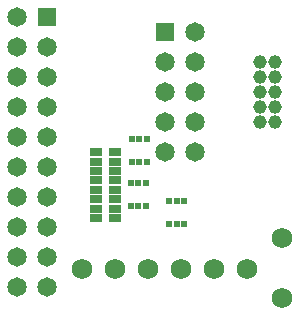
<source format=gbs>
G04 Layer_Color=16711935*
%FSLAX25Y25*%
%MOIN*%
G70*
G01*
G75*
%ADD25R,0.06496X0.06496*%
%ADD26C,0.06496*%
%ADD27R,0.06496X0.06496*%
%ADD28C,0.06890*%
%ADD29C,0.04528*%
%ADD30R,0.01968X0.02362*%
%ADD31R,0.04134X0.02559*%
D25*
X116181Y205000D02*
D03*
D26*
Y195000D02*
D03*
Y185000D02*
D03*
Y175000D02*
D03*
Y165000D02*
D03*
Y155000D02*
D03*
Y145000D02*
D03*
Y135000D02*
D03*
Y125000D02*
D03*
Y115000D02*
D03*
X106181Y205000D02*
D03*
Y195000D02*
D03*
Y185000D02*
D03*
Y175000D02*
D03*
Y165000D02*
D03*
Y155000D02*
D03*
Y145000D02*
D03*
Y135000D02*
D03*
Y125000D02*
D03*
Y115000D02*
D03*
X165453Y200000D02*
D03*
X155453Y190000D02*
D03*
Y180000D02*
D03*
Y170000D02*
D03*
Y160000D02*
D03*
X165453Y190000D02*
D03*
Y180000D02*
D03*
Y170000D02*
D03*
Y160000D02*
D03*
D27*
X155453Y200000D02*
D03*
D28*
X183031Y121000D02*
D03*
X172031D02*
D03*
X161031D02*
D03*
X150031D02*
D03*
X139032D02*
D03*
X128032D02*
D03*
X194421Y131181D02*
D03*
Y111181D02*
D03*
D29*
X187126Y190020D02*
D03*
Y185020D02*
D03*
Y180020D02*
D03*
Y175020D02*
D03*
Y170020D02*
D03*
X192126Y190020D02*
D03*
Y185020D02*
D03*
Y180020D02*
D03*
Y175020D02*
D03*
Y170020D02*
D03*
D30*
X156890Y135925D02*
D03*
X159449D02*
D03*
X162008D02*
D03*
Y143602D02*
D03*
X159449D02*
D03*
X156890D02*
D03*
X149213Y149508D02*
D03*
X146653D02*
D03*
X144095D02*
D03*
Y141831D02*
D03*
X146653D02*
D03*
X149213D02*
D03*
X149606Y164272D02*
D03*
X147047D02*
D03*
X144488D02*
D03*
Y156595D02*
D03*
X147047D02*
D03*
X149606D02*
D03*
D31*
X132677Y137795D02*
D03*
Y140945D02*
D03*
Y144095D02*
D03*
Y147244D02*
D03*
Y150394D02*
D03*
Y153543D02*
D03*
Y156693D02*
D03*
Y159843D02*
D03*
X138976Y137795D02*
D03*
Y140945D02*
D03*
Y144095D02*
D03*
Y147244D02*
D03*
Y150394D02*
D03*
Y153543D02*
D03*
Y156693D02*
D03*
Y159843D02*
D03*
M02*

</source>
